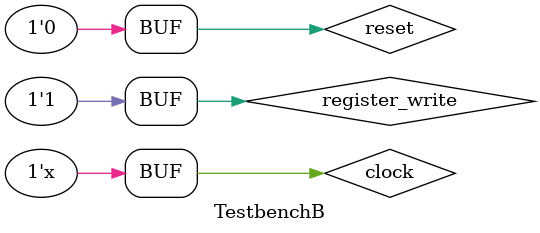
<source format=v>
`timescale 1ns / 1ps
`include "Datapath.v"

module TestbenchB;

    reg clock = 0;
    reg reset = 1;
    reg register_write;
    reg [1:0] source_reg1_addr, source_reg2_addr, destination_reg_addr;
    reg [2:0] alu_operation;

    always #5 clock = ~clock;

    Datapath dp (
        .clk(clock),
        .reset(reset),
        .srcReg1Addr(source_reg1_addr),
        .srcReg2Addr(source_reg2_addr),
        .destRegAddr(destination_reg_addr),
        .aluOp(alu_operation),
        .regWrite(register_write),
        .aluResult()
    );

    initial begin
        // Initialize simulation
        #10 reset = 0; register_write = 1;

        // The operations to set R1 to 0, R0 to -1, R2 to R1 - 1, and R3 to R0 + 1 require
        // careful manipulation of the ALU operations and register file. 
        // These operations depend highly on the initial values of the registers and 
        // the specific capabilities of your ALU (e.g., ability to directly set a register to 0 or -1)
        // Without knowing the initial state of the registers or the full capabilities of your ALU,
        // providing
    end
endmodule

</source>
